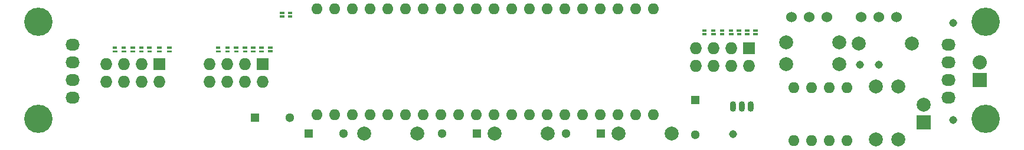
<source format=gts>
G04 #@! TF.FileFunction,Soldermask,Top*
%FSLAX46Y46*%
G04 Gerber Fmt 4.6, Leading zero omitted, Abs format (unit mm)*
G04 Created by KiCad (PCBNEW 4.0.2-stable) date Wed 13 Apr 2016 05:19:08 PM PDT*
%MOMM*%
G01*
G04 APERTURE LIST*
%ADD10C,0.100000*%
%ADD11C,0.050000*%
%ADD12C,1.143000*%
%ADD13C,4.064000*%
%ADD14O,1.600000X1.600000*%
%ADD15R,1.727200X1.727200*%
%ADD16O,1.727200X1.727200*%
%ADD17O,0.899160X1.501140*%
%ADD18C,1.524000*%
%ADD19C,1.998980*%
%ADD20R,2.032000X2.032000*%
%ADD21O,2.032000X2.032000*%
%ADD22R,2.000000X2.000000*%
%ADD23C,2.000000*%
%ADD24R,1.300000X1.300000*%
%ADD25C,1.300000*%
%ADD26O,2.032000X1.727200*%
G04 APERTURE END LIST*
D10*
D11*
X98971100Y-106438700D02*
X98983800Y-106476800D01*
X99529900Y-106438700D02*
X98971100Y-106438700D01*
X99529900Y-106654600D02*
X99529900Y-106438700D01*
X98971100Y-106641900D02*
X99529900Y-106654600D01*
X99072700Y-106527600D02*
X99441000Y-106514900D01*
X99060000Y-106540300D02*
X99072700Y-106527600D01*
X99390200Y-106540300D02*
X99060000Y-106540300D01*
X99453700Y-106514900D02*
X99390200Y-106540300D01*
X99479100Y-106565700D02*
X99453700Y-106514900D01*
X99060000Y-106578400D02*
X99479100Y-106565700D01*
X99034600Y-106553000D02*
X99060000Y-106578400D01*
X99060000Y-106476800D02*
X99034600Y-106553000D01*
X99034600Y-106476800D02*
X99060000Y-106476800D01*
X99034600Y-106489500D02*
X99034600Y-106476800D01*
X99491800Y-106476800D02*
X99034600Y-106489500D01*
X99504500Y-106629200D02*
X99491800Y-106476800D01*
X99491800Y-106603800D02*
X99504500Y-106629200D01*
X99009200Y-106603800D02*
X99491800Y-106603800D01*
X99009200Y-106476800D02*
X99009200Y-106603800D01*
X98971100Y-106438700D02*
X99009200Y-106476800D01*
X98971100Y-106654600D02*
X98971100Y-106438700D01*
X99529900Y-106654600D02*
X98971100Y-106654600D01*
X99542600Y-107175300D02*
X98983800Y-107175300D01*
X98983800Y-107175300D02*
X98983800Y-106959400D01*
X98983800Y-106959400D02*
X99021900Y-106997500D01*
X99021900Y-106997500D02*
X99021900Y-107124500D01*
X99021900Y-107124500D02*
X99504500Y-107124500D01*
X99504500Y-107124500D02*
X99517200Y-107149900D01*
X99517200Y-107149900D02*
X99504500Y-106997500D01*
X99504500Y-106997500D02*
X99047300Y-107010200D01*
X99047300Y-107010200D02*
X99047300Y-106997500D01*
X99047300Y-106997500D02*
X99072700Y-106997500D01*
X99072700Y-106997500D02*
X99047300Y-107073700D01*
X99047300Y-107073700D02*
X99072700Y-107099100D01*
X99072700Y-107099100D02*
X99491800Y-107086400D01*
X99491800Y-107086400D02*
X99466400Y-107035600D01*
X99466400Y-107035600D02*
X99402900Y-107061000D01*
X99402900Y-107061000D02*
X99072700Y-107061000D01*
X99072700Y-107061000D02*
X99085400Y-107048300D01*
X99085400Y-107048300D02*
X99453700Y-107035600D01*
X98983800Y-107162600D02*
X99542600Y-107175300D01*
X99542600Y-107175300D02*
X99542600Y-106959400D01*
X99542600Y-106959400D02*
X98983800Y-106959400D01*
X98983800Y-106959400D02*
X98996500Y-106997500D01*
X77939900Y-106438700D02*
X77952600Y-106476800D01*
X78498700Y-106438700D02*
X77939900Y-106438700D01*
X78498700Y-106654600D02*
X78498700Y-106438700D01*
X77939900Y-106641900D02*
X78498700Y-106654600D01*
X78041500Y-106527600D02*
X78409800Y-106514900D01*
X78028800Y-106540300D02*
X78041500Y-106527600D01*
X78359000Y-106540300D02*
X78028800Y-106540300D01*
X78422500Y-106514900D02*
X78359000Y-106540300D01*
X78447900Y-106565700D02*
X78422500Y-106514900D01*
X78028800Y-106578400D02*
X78447900Y-106565700D01*
X78003400Y-106553000D02*
X78028800Y-106578400D01*
X78028800Y-106476800D02*
X78003400Y-106553000D01*
X78003400Y-106476800D02*
X78028800Y-106476800D01*
X78003400Y-106489500D02*
X78003400Y-106476800D01*
X78460600Y-106476800D02*
X78003400Y-106489500D01*
X78473300Y-106629200D02*
X78460600Y-106476800D01*
X78460600Y-106603800D02*
X78473300Y-106629200D01*
X77978000Y-106603800D02*
X78460600Y-106603800D01*
X77978000Y-106476800D02*
X77978000Y-106603800D01*
X77939900Y-106438700D02*
X77978000Y-106476800D01*
X77939900Y-106654600D02*
X77939900Y-106438700D01*
X78498700Y-106654600D02*
X77939900Y-106654600D01*
X78511400Y-107175300D02*
X77952600Y-107175300D01*
X77952600Y-107175300D02*
X77952600Y-106959400D01*
X77952600Y-106959400D02*
X77990700Y-106997500D01*
X77990700Y-106997500D02*
X77990700Y-107124500D01*
X77990700Y-107124500D02*
X78473300Y-107124500D01*
X78473300Y-107124500D02*
X78486000Y-107149900D01*
X78486000Y-107149900D02*
X78473300Y-106997500D01*
X78473300Y-106997500D02*
X78016100Y-107010200D01*
X78016100Y-107010200D02*
X78016100Y-106997500D01*
X78016100Y-106997500D02*
X78041500Y-106997500D01*
X78041500Y-106997500D02*
X78016100Y-107073700D01*
X78016100Y-107073700D02*
X78041500Y-107099100D01*
X78041500Y-107099100D02*
X78460600Y-107086400D01*
X78460600Y-107086400D02*
X78435200Y-107035600D01*
X78435200Y-107035600D02*
X78371700Y-107061000D01*
X78371700Y-107061000D02*
X78041500Y-107061000D01*
X78041500Y-107061000D02*
X78054200Y-107048300D01*
X78054200Y-107048300D02*
X78422500Y-107035600D01*
X77952600Y-107162600D02*
X78511400Y-107175300D01*
X78511400Y-107175300D02*
X78511400Y-106959400D01*
X78511400Y-106959400D02*
X77952600Y-106959400D01*
X77952600Y-106959400D02*
X77965300Y-106997500D01*
X80505300Y-106438700D02*
X80518000Y-106476800D01*
X81064100Y-106438700D02*
X80505300Y-106438700D01*
X81064100Y-106654600D02*
X81064100Y-106438700D01*
X80505300Y-106641900D02*
X81064100Y-106654600D01*
X80606900Y-106527600D02*
X80975200Y-106514900D01*
X80594200Y-106540300D02*
X80606900Y-106527600D01*
X80924400Y-106540300D02*
X80594200Y-106540300D01*
X80987900Y-106514900D02*
X80924400Y-106540300D01*
X81013300Y-106565700D02*
X80987900Y-106514900D01*
X80594200Y-106578400D02*
X81013300Y-106565700D01*
X80568800Y-106553000D02*
X80594200Y-106578400D01*
X80594200Y-106476800D02*
X80568800Y-106553000D01*
X80568800Y-106476800D02*
X80594200Y-106476800D01*
X80568800Y-106489500D02*
X80568800Y-106476800D01*
X81026000Y-106476800D02*
X80568800Y-106489500D01*
X81038700Y-106629200D02*
X81026000Y-106476800D01*
X81026000Y-106603800D02*
X81038700Y-106629200D01*
X80543400Y-106603800D02*
X81026000Y-106603800D01*
X80543400Y-106476800D02*
X80543400Y-106603800D01*
X80505300Y-106438700D02*
X80543400Y-106476800D01*
X80505300Y-106654600D02*
X80505300Y-106438700D01*
X81064100Y-106654600D02*
X80505300Y-106654600D01*
X81076800Y-107175300D02*
X80518000Y-107175300D01*
X80518000Y-107175300D02*
X80518000Y-106959400D01*
X80518000Y-106959400D02*
X80556100Y-106997500D01*
X80556100Y-106997500D02*
X80556100Y-107124500D01*
X80556100Y-107124500D02*
X81038700Y-107124500D01*
X81038700Y-107124500D02*
X81051400Y-107149900D01*
X81051400Y-107149900D02*
X81038700Y-106997500D01*
X81038700Y-106997500D02*
X80581500Y-107010200D01*
X80581500Y-107010200D02*
X80581500Y-106997500D01*
X80581500Y-106997500D02*
X80606900Y-106997500D01*
X80606900Y-106997500D02*
X80581500Y-107073700D01*
X80581500Y-107073700D02*
X80606900Y-107099100D01*
X80606900Y-107099100D02*
X81026000Y-107086400D01*
X81026000Y-107086400D02*
X81000600Y-107035600D01*
X81000600Y-107035600D02*
X80937100Y-107061000D01*
X80937100Y-107061000D02*
X80606900Y-107061000D01*
X80606900Y-107061000D02*
X80619600Y-107048300D01*
X80619600Y-107048300D02*
X80987900Y-107035600D01*
X80518000Y-107162600D02*
X81076800Y-107175300D01*
X81076800Y-107175300D02*
X81076800Y-106959400D01*
X81076800Y-106959400D02*
X80518000Y-106959400D01*
X80518000Y-106959400D02*
X80530700Y-106997500D01*
X82892900Y-106438700D02*
X82905600Y-106476800D01*
X83451700Y-106438700D02*
X82892900Y-106438700D01*
X83451700Y-106654600D02*
X83451700Y-106438700D01*
X82892900Y-106641900D02*
X83451700Y-106654600D01*
X82994500Y-106527600D02*
X83362800Y-106514900D01*
X82981800Y-106540300D02*
X82994500Y-106527600D01*
X83312000Y-106540300D02*
X82981800Y-106540300D01*
X83375500Y-106514900D02*
X83312000Y-106540300D01*
X83400900Y-106565700D02*
X83375500Y-106514900D01*
X82981800Y-106578400D02*
X83400900Y-106565700D01*
X82956400Y-106553000D02*
X82981800Y-106578400D01*
X82981800Y-106476800D02*
X82956400Y-106553000D01*
X82956400Y-106476800D02*
X82981800Y-106476800D01*
X82956400Y-106489500D02*
X82956400Y-106476800D01*
X83413600Y-106476800D02*
X82956400Y-106489500D01*
X83426300Y-106629200D02*
X83413600Y-106476800D01*
X83413600Y-106603800D02*
X83426300Y-106629200D01*
X82931000Y-106603800D02*
X83413600Y-106603800D01*
X82931000Y-106476800D02*
X82931000Y-106603800D01*
X82892900Y-106438700D02*
X82931000Y-106476800D01*
X82892900Y-106654600D02*
X82892900Y-106438700D01*
X83451700Y-106654600D02*
X82892900Y-106654600D01*
X83464400Y-107175300D02*
X82905600Y-107175300D01*
X82905600Y-107175300D02*
X82905600Y-106959400D01*
X82905600Y-106959400D02*
X82943700Y-106997500D01*
X82943700Y-106997500D02*
X82943700Y-107124500D01*
X82943700Y-107124500D02*
X83426300Y-107124500D01*
X83426300Y-107124500D02*
X83439000Y-107149900D01*
X83439000Y-107149900D02*
X83426300Y-106997500D01*
X83426300Y-106997500D02*
X82969100Y-107010200D01*
X82969100Y-107010200D02*
X82969100Y-106997500D01*
X82969100Y-106997500D02*
X82994500Y-106997500D01*
X82994500Y-106997500D02*
X82969100Y-107073700D01*
X82969100Y-107073700D02*
X82994500Y-107099100D01*
X82994500Y-107099100D02*
X83413600Y-107086400D01*
X83413600Y-107086400D02*
X83388200Y-107035600D01*
X83388200Y-107035600D02*
X83324700Y-107061000D01*
X83324700Y-107061000D02*
X82994500Y-107061000D01*
X82994500Y-107061000D02*
X83007200Y-107048300D01*
X83007200Y-107048300D02*
X83375500Y-107035600D01*
X82905600Y-107162600D02*
X83464400Y-107175300D01*
X83464400Y-107175300D02*
X83464400Y-106959400D01*
X83464400Y-106959400D02*
X82905600Y-106959400D01*
X82905600Y-106959400D02*
X82918300Y-106997500D01*
X85737700Y-106438700D02*
X85750400Y-106476800D01*
X86296500Y-106438700D02*
X85737700Y-106438700D01*
X86296500Y-106654600D02*
X86296500Y-106438700D01*
X85737700Y-106641900D02*
X86296500Y-106654600D01*
X85839300Y-106527600D02*
X86207600Y-106514900D01*
X85826600Y-106540300D02*
X85839300Y-106527600D01*
X86156800Y-106540300D02*
X85826600Y-106540300D01*
X86220300Y-106514900D02*
X86156800Y-106540300D01*
X86245700Y-106565700D02*
X86220300Y-106514900D01*
X85826600Y-106578400D02*
X86245700Y-106565700D01*
X85801200Y-106553000D02*
X85826600Y-106578400D01*
X85826600Y-106476800D02*
X85801200Y-106553000D01*
X85801200Y-106476800D02*
X85826600Y-106476800D01*
X85801200Y-106489500D02*
X85801200Y-106476800D01*
X86258400Y-106476800D02*
X85801200Y-106489500D01*
X86271100Y-106629200D02*
X86258400Y-106476800D01*
X86258400Y-106603800D02*
X86271100Y-106629200D01*
X85775800Y-106603800D02*
X86258400Y-106603800D01*
X85775800Y-106476800D02*
X85775800Y-106603800D01*
X85737700Y-106438700D02*
X85775800Y-106476800D01*
X85737700Y-106654600D02*
X85737700Y-106438700D01*
X86296500Y-106654600D02*
X85737700Y-106654600D01*
X86309200Y-107175300D02*
X85750400Y-107175300D01*
X85750400Y-107175300D02*
X85750400Y-106959400D01*
X85750400Y-106959400D02*
X85788500Y-106997500D01*
X85788500Y-106997500D02*
X85788500Y-107124500D01*
X85788500Y-107124500D02*
X86271100Y-107124500D01*
X86271100Y-107124500D02*
X86283800Y-107149900D01*
X86283800Y-107149900D02*
X86271100Y-106997500D01*
X86271100Y-106997500D02*
X85813900Y-107010200D01*
X85813900Y-107010200D02*
X85813900Y-106997500D01*
X85813900Y-106997500D02*
X85839300Y-106997500D01*
X85839300Y-106997500D02*
X85813900Y-107073700D01*
X85813900Y-107073700D02*
X85839300Y-107099100D01*
X85839300Y-107099100D02*
X86258400Y-107086400D01*
X86258400Y-107086400D02*
X86233000Y-107035600D01*
X86233000Y-107035600D02*
X86169500Y-107061000D01*
X86169500Y-107061000D02*
X85839300Y-107061000D01*
X85839300Y-107061000D02*
X85852000Y-107048300D01*
X85852000Y-107048300D02*
X86220300Y-107035600D01*
X85750400Y-107162600D02*
X86309200Y-107175300D01*
X86309200Y-107175300D02*
X86309200Y-106959400D01*
X86309200Y-106959400D02*
X85750400Y-106959400D01*
X85750400Y-106959400D02*
X85763100Y-106997500D01*
X84315300Y-106438700D02*
X84328000Y-106476800D01*
X84874100Y-106438700D02*
X84315300Y-106438700D01*
X84874100Y-106654600D02*
X84874100Y-106438700D01*
X84315300Y-106641900D02*
X84874100Y-106654600D01*
X84416900Y-106527600D02*
X84785200Y-106514900D01*
X84404200Y-106540300D02*
X84416900Y-106527600D01*
X84734400Y-106540300D02*
X84404200Y-106540300D01*
X84797900Y-106514900D02*
X84734400Y-106540300D01*
X84823300Y-106565700D02*
X84797900Y-106514900D01*
X84404200Y-106578400D02*
X84823300Y-106565700D01*
X84378800Y-106553000D02*
X84404200Y-106578400D01*
X84404200Y-106476800D02*
X84378800Y-106553000D01*
X84378800Y-106476800D02*
X84404200Y-106476800D01*
X84378800Y-106489500D02*
X84378800Y-106476800D01*
X84836000Y-106476800D02*
X84378800Y-106489500D01*
X84848700Y-106629200D02*
X84836000Y-106476800D01*
X84836000Y-106603800D02*
X84848700Y-106629200D01*
X84353400Y-106603800D02*
X84836000Y-106603800D01*
X84353400Y-106476800D02*
X84353400Y-106603800D01*
X84315300Y-106438700D02*
X84353400Y-106476800D01*
X84315300Y-106654600D02*
X84315300Y-106438700D01*
X84874100Y-106654600D02*
X84315300Y-106654600D01*
X84886800Y-107175300D02*
X84328000Y-107175300D01*
X84328000Y-107175300D02*
X84328000Y-106959400D01*
X84328000Y-106959400D02*
X84366100Y-106997500D01*
X84366100Y-106997500D02*
X84366100Y-107124500D01*
X84366100Y-107124500D02*
X84848700Y-107124500D01*
X84848700Y-107124500D02*
X84861400Y-107149900D01*
X84861400Y-107149900D02*
X84848700Y-106997500D01*
X84848700Y-106997500D02*
X84391500Y-107010200D01*
X84391500Y-107010200D02*
X84391500Y-106997500D01*
X84391500Y-106997500D02*
X84416900Y-106997500D01*
X84416900Y-106997500D02*
X84391500Y-107073700D01*
X84391500Y-107073700D02*
X84416900Y-107099100D01*
X84416900Y-107099100D02*
X84836000Y-107086400D01*
X84836000Y-107086400D02*
X84810600Y-107035600D01*
X84810600Y-107035600D02*
X84747100Y-107061000D01*
X84747100Y-107061000D02*
X84416900Y-107061000D01*
X84416900Y-107061000D02*
X84429600Y-107048300D01*
X84429600Y-107048300D02*
X84797900Y-107035600D01*
X84328000Y-107162600D02*
X84886800Y-107175300D01*
X84886800Y-107175300D02*
X84886800Y-106959400D01*
X84886800Y-106959400D02*
X84328000Y-106959400D01*
X84328000Y-106959400D02*
X84340700Y-106997500D01*
X81724500Y-106438700D02*
X81737200Y-106476800D01*
X82283300Y-106438700D02*
X81724500Y-106438700D01*
X82283300Y-106654600D02*
X82283300Y-106438700D01*
X81724500Y-106641900D02*
X82283300Y-106654600D01*
X81826100Y-106527600D02*
X82194400Y-106514900D01*
X81813400Y-106540300D02*
X81826100Y-106527600D01*
X82143600Y-106540300D02*
X81813400Y-106540300D01*
X82207100Y-106514900D02*
X82143600Y-106540300D01*
X82232500Y-106565700D02*
X82207100Y-106514900D01*
X81813400Y-106578400D02*
X82232500Y-106565700D01*
X81788000Y-106553000D02*
X81813400Y-106578400D01*
X81813400Y-106476800D02*
X81788000Y-106553000D01*
X81788000Y-106476800D02*
X81813400Y-106476800D01*
X81788000Y-106489500D02*
X81788000Y-106476800D01*
X82245200Y-106476800D02*
X81788000Y-106489500D01*
X82257900Y-106629200D02*
X82245200Y-106476800D01*
X82245200Y-106603800D02*
X82257900Y-106629200D01*
X81762600Y-106603800D02*
X82245200Y-106603800D01*
X81762600Y-106476800D02*
X81762600Y-106603800D01*
X81724500Y-106438700D02*
X81762600Y-106476800D01*
X81724500Y-106654600D02*
X81724500Y-106438700D01*
X82283300Y-106654600D02*
X81724500Y-106654600D01*
X82296000Y-107175300D02*
X81737200Y-107175300D01*
X81737200Y-107175300D02*
X81737200Y-106959400D01*
X81737200Y-106959400D02*
X81775300Y-106997500D01*
X81775300Y-106997500D02*
X81775300Y-107124500D01*
X81775300Y-107124500D02*
X82257900Y-107124500D01*
X82257900Y-107124500D02*
X82270600Y-107149900D01*
X82270600Y-107149900D02*
X82257900Y-106997500D01*
X82257900Y-106997500D02*
X81800700Y-107010200D01*
X81800700Y-107010200D02*
X81800700Y-106997500D01*
X81800700Y-106997500D02*
X81826100Y-106997500D01*
X81826100Y-106997500D02*
X81800700Y-107073700D01*
X81800700Y-107073700D02*
X81826100Y-107099100D01*
X81826100Y-107099100D02*
X82245200Y-107086400D01*
X82245200Y-107086400D02*
X82219800Y-107035600D01*
X82219800Y-107035600D02*
X82156300Y-107061000D01*
X82156300Y-107061000D02*
X81826100Y-107061000D01*
X81826100Y-107061000D02*
X81838800Y-107048300D01*
X81838800Y-107048300D02*
X82207100Y-107035600D01*
X81737200Y-107162600D02*
X82296000Y-107175300D01*
X82296000Y-107175300D02*
X82296000Y-106959400D01*
X82296000Y-106959400D02*
X81737200Y-106959400D01*
X81737200Y-106959400D02*
X81749900Y-106997500D01*
X79209900Y-106438700D02*
X79222600Y-106476800D01*
X79768700Y-106438700D02*
X79209900Y-106438700D01*
X79768700Y-106654600D02*
X79768700Y-106438700D01*
X79209900Y-106641900D02*
X79768700Y-106654600D01*
X79311500Y-106527600D02*
X79679800Y-106514900D01*
X79298800Y-106540300D02*
X79311500Y-106527600D01*
X79629000Y-106540300D02*
X79298800Y-106540300D01*
X79692500Y-106514900D02*
X79629000Y-106540300D01*
X79717900Y-106565700D02*
X79692500Y-106514900D01*
X79298800Y-106578400D02*
X79717900Y-106565700D01*
X79273400Y-106553000D02*
X79298800Y-106578400D01*
X79298800Y-106476800D02*
X79273400Y-106553000D01*
X79273400Y-106476800D02*
X79298800Y-106476800D01*
X79273400Y-106489500D02*
X79273400Y-106476800D01*
X79730600Y-106476800D02*
X79273400Y-106489500D01*
X79743300Y-106629200D02*
X79730600Y-106476800D01*
X79730600Y-106603800D02*
X79743300Y-106629200D01*
X79248000Y-106603800D02*
X79730600Y-106603800D01*
X79248000Y-106476800D02*
X79248000Y-106603800D01*
X79209900Y-106438700D02*
X79248000Y-106476800D01*
X79209900Y-106654600D02*
X79209900Y-106438700D01*
X79768700Y-106654600D02*
X79209900Y-106654600D01*
X79781400Y-107175300D02*
X79222600Y-107175300D01*
X79222600Y-107175300D02*
X79222600Y-106959400D01*
X79222600Y-106959400D02*
X79260700Y-106997500D01*
X79260700Y-106997500D02*
X79260700Y-107124500D01*
X79260700Y-107124500D02*
X79743300Y-107124500D01*
X79743300Y-107124500D02*
X79756000Y-107149900D01*
X79756000Y-107149900D02*
X79743300Y-106997500D01*
X79743300Y-106997500D02*
X79286100Y-107010200D01*
X79286100Y-107010200D02*
X79286100Y-106997500D01*
X79286100Y-106997500D02*
X79311500Y-106997500D01*
X79311500Y-106997500D02*
X79286100Y-107073700D01*
X79286100Y-107073700D02*
X79311500Y-107099100D01*
X79311500Y-107099100D02*
X79730600Y-107086400D01*
X79730600Y-107086400D02*
X79705200Y-107035600D01*
X79705200Y-107035600D02*
X79641700Y-107061000D01*
X79641700Y-107061000D02*
X79311500Y-107061000D01*
X79311500Y-107061000D02*
X79324200Y-107048300D01*
X79324200Y-107048300D02*
X79692500Y-107035600D01*
X79222600Y-107162600D02*
X79781400Y-107175300D01*
X79781400Y-107175300D02*
X79781400Y-106959400D01*
X79781400Y-106959400D02*
X79222600Y-106959400D01*
X79222600Y-106959400D02*
X79235300Y-106997500D01*
X92748100Y-106438700D02*
X92760800Y-106476800D01*
X93306900Y-106438700D02*
X92748100Y-106438700D01*
X93306900Y-106654600D02*
X93306900Y-106438700D01*
X92748100Y-106641900D02*
X93306900Y-106654600D01*
X92849700Y-106527600D02*
X93218000Y-106514900D01*
X92837000Y-106540300D02*
X92849700Y-106527600D01*
X93167200Y-106540300D02*
X92837000Y-106540300D01*
X93230700Y-106514900D02*
X93167200Y-106540300D01*
X93256100Y-106565700D02*
X93230700Y-106514900D01*
X92837000Y-106578400D02*
X93256100Y-106565700D01*
X92811600Y-106553000D02*
X92837000Y-106578400D01*
X92837000Y-106476800D02*
X92811600Y-106553000D01*
X92811600Y-106476800D02*
X92837000Y-106476800D01*
X92811600Y-106489500D02*
X92811600Y-106476800D01*
X93268800Y-106476800D02*
X92811600Y-106489500D01*
X93281500Y-106629200D02*
X93268800Y-106476800D01*
X93268800Y-106603800D02*
X93281500Y-106629200D01*
X92786200Y-106603800D02*
X93268800Y-106603800D01*
X92786200Y-106476800D02*
X92786200Y-106603800D01*
X92748100Y-106438700D02*
X92786200Y-106476800D01*
X92748100Y-106654600D02*
X92748100Y-106438700D01*
X93306900Y-106654600D02*
X92748100Y-106654600D01*
X93319600Y-107175300D02*
X92760800Y-107175300D01*
X92760800Y-107175300D02*
X92760800Y-106959400D01*
X92760800Y-106959400D02*
X92798900Y-106997500D01*
X92798900Y-106997500D02*
X92798900Y-107124500D01*
X92798900Y-107124500D02*
X93281500Y-107124500D01*
X93281500Y-107124500D02*
X93294200Y-107149900D01*
X93294200Y-107149900D02*
X93281500Y-106997500D01*
X93281500Y-106997500D02*
X92824300Y-107010200D01*
X92824300Y-107010200D02*
X92824300Y-106997500D01*
X92824300Y-106997500D02*
X92849700Y-106997500D01*
X92849700Y-106997500D02*
X92824300Y-107073700D01*
X92824300Y-107073700D02*
X92849700Y-107099100D01*
X92849700Y-107099100D02*
X93268800Y-107086400D01*
X93268800Y-107086400D02*
X93243400Y-107035600D01*
X93243400Y-107035600D02*
X93179900Y-107061000D01*
X93179900Y-107061000D02*
X92849700Y-107061000D01*
X92849700Y-107061000D02*
X92862400Y-107048300D01*
X92862400Y-107048300D02*
X93230700Y-107035600D01*
X92760800Y-107162600D02*
X93319600Y-107175300D01*
X93319600Y-107175300D02*
X93319600Y-106959400D01*
X93319600Y-106959400D02*
X92760800Y-106959400D01*
X92760800Y-106959400D02*
X92773500Y-106997500D01*
X95338900Y-106438700D02*
X95351600Y-106476800D01*
X95897700Y-106438700D02*
X95338900Y-106438700D01*
X95897700Y-106654600D02*
X95897700Y-106438700D01*
X95338900Y-106641900D02*
X95897700Y-106654600D01*
X95440500Y-106527600D02*
X95808800Y-106514900D01*
X95427800Y-106540300D02*
X95440500Y-106527600D01*
X95758000Y-106540300D02*
X95427800Y-106540300D01*
X95821500Y-106514900D02*
X95758000Y-106540300D01*
X95846900Y-106565700D02*
X95821500Y-106514900D01*
X95427800Y-106578400D02*
X95846900Y-106565700D01*
X95402400Y-106553000D02*
X95427800Y-106578400D01*
X95427800Y-106476800D02*
X95402400Y-106553000D01*
X95402400Y-106476800D02*
X95427800Y-106476800D01*
X95402400Y-106489500D02*
X95402400Y-106476800D01*
X95859600Y-106476800D02*
X95402400Y-106489500D01*
X95872300Y-106629200D02*
X95859600Y-106476800D01*
X95859600Y-106603800D02*
X95872300Y-106629200D01*
X95377000Y-106603800D02*
X95859600Y-106603800D01*
X95377000Y-106476800D02*
X95377000Y-106603800D01*
X95338900Y-106438700D02*
X95377000Y-106476800D01*
X95338900Y-106654600D02*
X95338900Y-106438700D01*
X95897700Y-106654600D02*
X95338900Y-106654600D01*
X95910400Y-107175300D02*
X95351600Y-107175300D01*
X95351600Y-107175300D02*
X95351600Y-106959400D01*
X95351600Y-106959400D02*
X95389700Y-106997500D01*
X95389700Y-106997500D02*
X95389700Y-107124500D01*
X95389700Y-107124500D02*
X95872300Y-107124500D01*
X95872300Y-107124500D02*
X95885000Y-107149900D01*
X95885000Y-107149900D02*
X95872300Y-106997500D01*
X95872300Y-106997500D02*
X95415100Y-107010200D01*
X95415100Y-107010200D02*
X95415100Y-106997500D01*
X95415100Y-106997500D02*
X95440500Y-106997500D01*
X95440500Y-106997500D02*
X95415100Y-107073700D01*
X95415100Y-107073700D02*
X95440500Y-107099100D01*
X95440500Y-107099100D02*
X95859600Y-107086400D01*
X95859600Y-107086400D02*
X95834200Y-107035600D01*
X95834200Y-107035600D02*
X95770700Y-107061000D01*
X95770700Y-107061000D02*
X95440500Y-107061000D01*
X95440500Y-107061000D02*
X95453200Y-107048300D01*
X95453200Y-107048300D02*
X95821500Y-107035600D01*
X95351600Y-107162600D02*
X95910400Y-107175300D01*
X95910400Y-107175300D02*
X95910400Y-106959400D01*
X95910400Y-106959400D02*
X95351600Y-106959400D01*
X95351600Y-106959400D02*
X95364300Y-106997500D01*
X97777300Y-106438700D02*
X97790000Y-106476800D01*
X98336100Y-106438700D02*
X97777300Y-106438700D01*
X98336100Y-106654600D02*
X98336100Y-106438700D01*
X97777300Y-106641900D02*
X98336100Y-106654600D01*
X97878900Y-106527600D02*
X98247200Y-106514900D01*
X97866200Y-106540300D02*
X97878900Y-106527600D01*
X98196400Y-106540300D02*
X97866200Y-106540300D01*
X98259900Y-106514900D02*
X98196400Y-106540300D01*
X98285300Y-106565700D02*
X98259900Y-106514900D01*
X97866200Y-106578400D02*
X98285300Y-106565700D01*
X97840800Y-106553000D02*
X97866200Y-106578400D01*
X97866200Y-106476800D02*
X97840800Y-106553000D01*
X97840800Y-106476800D02*
X97866200Y-106476800D01*
X97840800Y-106489500D02*
X97840800Y-106476800D01*
X98298000Y-106476800D02*
X97840800Y-106489500D01*
X98310700Y-106629200D02*
X98298000Y-106476800D01*
X98298000Y-106603800D02*
X98310700Y-106629200D01*
X97815400Y-106603800D02*
X98298000Y-106603800D01*
X97815400Y-106476800D02*
X97815400Y-106603800D01*
X97777300Y-106438700D02*
X97815400Y-106476800D01*
X97777300Y-106654600D02*
X97777300Y-106438700D01*
X98336100Y-106654600D02*
X97777300Y-106654600D01*
X98348800Y-107175300D02*
X97790000Y-107175300D01*
X97790000Y-107175300D02*
X97790000Y-106959400D01*
X97790000Y-106959400D02*
X97828100Y-106997500D01*
X97828100Y-106997500D02*
X97828100Y-107124500D01*
X97828100Y-107124500D02*
X98310700Y-107124500D01*
X98310700Y-107124500D02*
X98323400Y-107149900D01*
X98323400Y-107149900D02*
X98310700Y-106997500D01*
X98310700Y-106997500D02*
X97853500Y-107010200D01*
X97853500Y-107010200D02*
X97853500Y-106997500D01*
X97853500Y-106997500D02*
X97878900Y-106997500D01*
X97878900Y-106997500D02*
X97853500Y-107073700D01*
X97853500Y-107073700D02*
X97878900Y-107099100D01*
X97878900Y-107099100D02*
X98298000Y-107086400D01*
X98298000Y-107086400D02*
X98272600Y-107035600D01*
X98272600Y-107035600D02*
X98209100Y-107061000D01*
X98209100Y-107061000D02*
X97878900Y-107061000D01*
X97878900Y-107061000D02*
X97891600Y-107048300D01*
X97891600Y-107048300D02*
X98259900Y-107035600D01*
X97790000Y-107162600D02*
X98348800Y-107175300D01*
X98348800Y-107175300D02*
X98348800Y-106959400D01*
X98348800Y-106959400D02*
X97790000Y-106959400D01*
X97790000Y-106959400D02*
X97802700Y-106997500D01*
X100215700Y-106413300D02*
X100228400Y-106451400D01*
X100774500Y-106413300D02*
X100215700Y-106413300D01*
X100774500Y-106629200D02*
X100774500Y-106413300D01*
X100215700Y-106616500D02*
X100774500Y-106629200D01*
X100317300Y-106502200D02*
X100685600Y-106489500D01*
X100304600Y-106514900D02*
X100317300Y-106502200D01*
X100634800Y-106514900D02*
X100304600Y-106514900D01*
X100698300Y-106489500D02*
X100634800Y-106514900D01*
X100723700Y-106540300D02*
X100698300Y-106489500D01*
X100304600Y-106553000D02*
X100723700Y-106540300D01*
X100279200Y-106527600D02*
X100304600Y-106553000D01*
X100304600Y-106451400D02*
X100279200Y-106527600D01*
X100279200Y-106451400D02*
X100304600Y-106451400D01*
X100279200Y-106464100D02*
X100279200Y-106451400D01*
X100736400Y-106451400D02*
X100279200Y-106464100D01*
X100749100Y-106603800D02*
X100736400Y-106451400D01*
X100736400Y-106578400D02*
X100749100Y-106603800D01*
X100253800Y-106578400D02*
X100736400Y-106578400D01*
X100253800Y-106451400D02*
X100253800Y-106578400D01*
X100215700Y-106413300D02*
X100253800Y-106451400D01*
X100215700Y-106629200D02*
X100215700Y-106413300D01*
X100774500Y-106629200D02*
X100215700Y-106629200D01*
X100787200Y-107149900D02*
X100228400Y-107149900D01*
X100228400Y-107149900D02*
X100228400Y-106934000D01*
X100228400Y-106934000D02*
X100266500Y-106972100D01*
X100266500Y-106972100D02*
X100266500Y-107099100D01*
X100266500Y-107099100D02*
X100749100Y-107099100D01*
X100749100Y-107099100D02*
X100761800Y-107124500D01*
X100761800Y-107124500D02*
X100749100Y-106972100D01*
X100749100Y-106972100D02*
X100291900Y-106984800D01*
X100291900Y-106984800D02*
X100291900Y-106972100D01*
X100291900Y-106972100D02*
X100317300Y-106972100D01*
X100317300Y-106972100D02*
X100291900Y-107048300D01*
X100291900Y-107048300D02*
X100317300Y-107073700D01*
X100317300Y-107073700D02*
X100736400Y-107061000D01*
X100736400Y-107061000D02*
X100711000Y-107010200D01*
X100711000Y-107010200D02*
X100647500Y-107035600D01*
X100647500Y-107035600D02*
X100317300Y-107035600D01*
X100317300Y-107035600D02*
X100330000Y-107022900D01*
X100330000Y-107022900D02*
X100698300Y-107010200D01*
X100228400Y-107137200D02*
X100787200Y-107149900D01*
X100787200Y-107149900D02*
X100787200Y-106934000D01*
X100787200Y-106934000D02*
X100228400Y-106934000D01*
X100228400Y-106934000D02*
X100241100Y-106972100D01*
X96608900Y-106438700D02*
X96621600Y-106476800D01*
X97167700Y-106438700D02*
X96608900Y-106438700D01*
X97167700Y-106654600D02*
X97167700Y-106438700D01*
X96608900Y-106641900D02*
X97167700Y-106654600D01*
X96710500Y-106527600D02*
X97078800Y-106514900D01*
X96697800Y-106540300D02*
X96710500Y-106527600D01*
X97028000Y-106540300D02*
X96697800Y-106540300D01*
X97091500Y-106514900D02*
X97028000Y-106540300D01*
X97116900Y-106565700D02*
X97091500Y-106514900D01*
X96697800Y-106578400D02*
X97116900Y-106565700D01*
X96672400Y-106553000D02*
X96697800Y-106578400D01*
X96697800Y-106476800D02*
X96672400Y-106553000D01*
X96672400Y-106476800D02*
X96697800Y-106476800D01*
X96672400Y-106489500D02*
X96672400Y-106476800D01*
X97129600Y-106476800D02*
X96672400Y-106489500D01*
X97142300Y-106629200D02*
X97129600Y-106476800D01*
X97129600Y-106603800D02*
X97142300Y-106629200D01*
X96647000Y-106603800D02*
X97129600Y-106603800D01*
X96647000Y-106476800D02*
X96647000Y-106603800D01*
X96608900Y-106438700D02*
X96647000Y-106476800D01*
X96608900Y-106654600D02*
X96608900Y-106438700D01*
X97167700Y-106654600D02*
X96608900Y-106654600D01*
X97180400Y-107175300D02*
X96621600Y-107175300D01*
X96621600Y-107175300D02*
X96621600Y-106959400D01*
X96621600Y-106959400D02*
X96659700Y-106997500D01*
X96659700Y-106997500D02*
X96659700Y-107124500D01*
X96659700Y-107124500D02*
X97142300Y-107124500D01*
X97142300Y-107124500D02*
X97155000Y-107149900D01*
X97155000Y-107149900D02*
X97142300Y-106997500D01*
X97142300Y-106997500D02*
X96685100Y-107010200D01*
X96685100Y-107010200D02*
X96685100Y-106997500D01*
X96685100Y-106997500D02*
X96710500Y-106997500D01*
X96710500Y-106997500D02*
X96685100Y-107073700D01*
X96685100Y-107073700D02*
X96710500Y-107099100D01*
X96710500Y-107099100D02*
X97129600Y-107086400D01*
X97129600Y-107086400D02*
X97104200Y-107035600D01*
X97104200Y-107035600D02*
X97040700Y-107061000D01*
X97040700Y-107061000D02*
X96710500Y-107061000D01*
X96710500Y-107061000D02*
X96723200Y-107048300D01*
X96723200Y-107048300D02*
X97091500Y-107035600D01*
X96621600Y-107162600D02*
X97180400Y-107175300D01*
X97180400Y-107175300D02*
X97180400Y-106959400D01*
X97180400Y-106959400D02*
X96621600Y-106959400D01*
X96621600Y-106959400D02*
X96634300Y-106997500D01*
X94094300Y-106438700D02*
X94107000Y-106476800D01*
X94653100Y-106438700D02*
X94094300Y-106438700D01*
X94653100Y-106654600D02*
X94653100Y-106438700D01*
X94094300Y-106641900D02*
X94653100Y-106654600D01*
X94195900Y-106527600D02*
X94564200Y-106514900D01*
X94183200Y-106540300D02*
X94195900Y-106527600D01*
X94513400Y-106540300D02*
X94183200Y-106540300D01*
X94576900Y-106514900D02*
X94513400Y-106540300D01*
X94602300Y-106565700D02*
X94576900Y-106514900D01*
X94183200Y-106578400D02*
X94602300Y-106565700D01*
X94157800Y-106553000D02*
X94183200Y-106578400D01*
X94183200Y-106476800D02*
X94157800Y-106553000D01*
X94157800Y-106476800D02*
X94183200Y-106476800D01*
X94157800Y-106489500D02*
X94157800Y-106476800D01*
X94615000Y-106476800D02*
X94157800Y-106489500D01*
X94627700Y-106629200D02*
X94615000Y-106476800D01*
X94615000Y-106603800D02*
X94627700Y-106629200D01*
X94132400Y-106603800D02*
X94615000Y-106603800D01*
X94132400Y-106476800D02*
X94132400Y-106603800D01*
X94094300Y-106438700D02*
X94132400Y-106476800D01*
X94094300Y-106654600D02*
X94094300Y-106438700D01*
X94653100Y-106654600D02*
X94094300Y-106654600D01*
X94665800Y-107175300D02*
X94107000Y-107175300D01*
X94107000Y-107175300D02*
X94107000Y-106959400D01*
X94107000Y-106959400D02*
X94145100Y-106997500D01*
X94145100Y-106997500D02*
X94145100Y-107124500D01*
X94145100Y-107124500D02*
X94627700Y-107124500D01*
X94627700Y-107124500D02*
X94640400Y-107149900D01*
X94640400Y-107149900D02*
X94627700Y-106997500D01*
X94627700Y-106997500D02*
X94170500Y-107010200D01*
X94170500Y-107010200D02*
X94170500Y-106997500D01*
X94170500Y-106997500D02*
X94195900Y-106997500D01*
X94195900Y-106997500D02*
X94170500Y-107073700D01*
X94170500Y-107073700D02*
X94195900Y-107099100D01*
X94195900Y-107099100D02*
X94615000Y-107086400D01*
X94615000Y-107086400D02*
X94589600Y-107035600D01*
X94589600Y-107035600D02*
X94526100Y-107061000D01*
X94526100Y-107061000D02*
X94195900Y-107061000D01*
X94195900Y-107061000D02*
X94208600Y-107048300D01*
X94208600Y-107048300D02*
X94576900Y-107035600D01*
X94107000Y-107162600D02*
X94665800Y-107175300D01*
X94665800Y-107175300D02*
X94665800Y-106959400D01*
X94665800Y-106959400D02*
X94107000Y-106959400D01*
X94107000Y-106959400D02*
X94119700Y-106997500D01*
X102476300Y-102146100D02*
X102463600Y-102108000D01*
X101917500Y-102146100D02*
X102476300Y-102146100D01*
X101917500Y-101930200D02*
X101917500Y-102146100D01*
X102476300Y-101942900D02*
X101917500Y-101930200D01*
X102374700Y-102057200D02*
X102006400Y-102069900D01*
X102387400Y-102044500D02*
X102374700Y-102057200D01*
X102057200Y-102044500D02*
X102387400Y-102044500D01*
X101993700Y-102069900D02*
X102057200Y-102044500D01*
X101968300Y-102019100D02*
X101993700Y-102069900D01*
X102387400Y-102006400D02*
X101968300Y-102019100D01*
X102412800Y-102031800D02*
X102387400Y-102006400D01*
X102387400Y-102108000D02*
X102412800Y-102031800D01*
X102412800Y-102108000D02*
X102387400Y-102108000D01*
X102412800Y-102095300D02*
X102412800Y-102108000D01*
X101955600Y-102108000D02*
X102412800Y-102095300D01*
X101942900Y-101955600D02*
X101955600Y-102108000D01*
X101955600Y-101981000D02*
X101942900Y-101955600D01*
X102438200Y-101981000D02*
X101955600Y-101981000D01*
X102438200Y-102108000D02*
X102438200Y-101981000D01*
X102476300Y-102146100D02*
X102438200Y-102108000D01*
X102476300Y-101930200D02*
X102476300Y-102146100D01*
X101917500Y-101930200D02*
X102476300Y-101930200D01*
X101904800Y-101409500D02*
X102463600Y-101409500D01*
X102463600Y-101409500D02*
X102463600Y-101625400D01*
X102463600Y-101625400D02*
X102425500Y-101587300D01*
X102425500Y-101587300D02*
X102425500Y-101460300D01*
X102425500Y-101460300D02*
X101942900Y-101460300D01*
X101942900Y-101460300D02*
X101930200Y-101434900D01*
X101930200Y-101434900D02*
X101942900Y-101587300D01*
X101942900Y-101587300D02*
X102400100Y-101574600D01*
X102400100Y-101574600D02*
X102400100Y-101587300D01*
X102400100Y-101587300D02*
X102374700Y-101587300D01*
X102374700Y-101587300D02*
X102400100Y-101511100D01*
X102400100Y-101511100D02*
X102374700Y-101485700D01*
X102374700Y-101485700D02*
X101955600Y-101498400D01*
X101955600Y-101498400D02*
X101981000Y-101549200D01*
X101981000Y-101549200D02*
X102044500Y-101523800D01*
X102044500Y-101523800D02*
X102374700Y-101523800D01*
X102374700Y-101523800D02*
X102362000Y-101536500D01*
X102362000Y-101536500D02*
X101993700Y-101549200D01*
X102463600Y-101422200D02*
X101904800Y-101409500D01*
X101904800Y-101409500D02*
X101904800Y-101625400D01*
X101904800Y-101625400D02*
X102463600Y-101625400D01*
X102463600Y-101625400D02*
X102450900Y-101587300D01*
X103644700Y-102146100D02*
X103632000Y-102108000D01*
X103085900Y-102146100D02*
X103644700Y-102146100D01*
X103085900Y-101930200D02*
X103085900Y-102146100D01*
X103644700Y-101942900D02*
X103085900Y-101930200D01*
X103543100Y-102057200D02*
X103174800Y-102069900D01*
X103555800Y-102044500D02*
X103543100Y-102057200D01*
X103225600Y-102044500D02*
X103555800Y-102044500D01*
X103162100Y-102069900D02*
X103225600Y-102044500D01*
X103136700Y-102019100D02*
X103162100Y-102069900D01*
X103555800Y-102006400D02*
X103136700Y-102019100D01*
X103581200Y-102031800D02*
X103555800Y-102006400D01*
X103555800Y-102108000D02*
X103581200Y-102031800D01*
X103581200Y-102108000D02*
X103555800Y-102108000D01*
X103581200Y-102095300D02*
X103581200Y-102108000D01*
X103124000Y-102108000D02*
X103581200Y-102095300D01*
X103111300Y-101955600D02*
X103124000Y-102108000D01*
X103124000Y-101981000D02*
X103111300Y-101955600D01*
X103606600Y-101981000D02*
X103124000Y-101981000D01*
X103606600Y-102108000D02*
X103606600Y-101981000D01*
X103644700Y-102146100D02*
X103606600Y-102108000D01*
X103644700Y-101930200D02*
X103644700Y-102146100D01*
X103085900Y-101930200D02*
X103644700Y-101930200D01*
X103073200Y-101409500D02*
X103632000Y-101409500D01*
X103632000Y-101409500D02*
X103632000Y-101625400D01*
X103632000Y-101625400D02*
X103593900Y-101587300D01*
X103593900Y-101587300D02*
X103593900Y-101460300D01*
X103593900Y-101460300D02*
X103111300Y-101460300D01*
X103111300Y-101460300D02*
X103098600Y-101434900D01*
X103098600Y-101434900D02*
X103111300Y-101587300D01*
X103111300Y-101587300D02*
X103568500Y-101574600D01*
X103568500Y-101574600D02*
X103568500Y-101587300D01*
X103568500Y-101587300D02*
X103543100Y-101587300D01*
X103543100Y-101587300D02*
X103568500Y-101511100D01*
X103568500Y-101511100D02*
X103543100Y-101485700D01*
X103543100Y-101485700D02*
X103124000Y-101498400D01*
X103124000Y-101498400D02*
X103149400Y-101549200D01*
X103149400Y-101549200D02*
X103212900Y-101523800D01*
X103212900Y-101523800D02*
X103543100Y-101523800D01*
X103543100Y-101523800D02*
X103530400Y-101536500D01*
X103530400Y-101536500D02*
X103162100Y-101549200D01*
X103632000Y-101422200D02*
X103073200Y-101409500D01*
X103073200Y-101409500D02*
X103073200Y-101625400D01*
X103073200Y-101625400D02*
X103632000Y-101625400D01*
X103632000Y-101625400D02*
X103619300Y-101587300D01*
X162496500Y-103949500D02*
X162509200Y-103987600D01*
X163055300Y-103949500D02*
X162496500Y-103949500D01*
X163055300Y-104165400D02*
X163055300Y-103949500D01*
X162496500Y-104152700D02*
X163055300Y-104165400D01*
X162598100Y-104038400D02*
X162966400Y-104025700D01*
X162585400Y-104051100D02*
X162598100Y-104038400D01*
X162915600Y-104051100D02*
X162585400Y-104051100D01*
X162979100Y-104025700D02*
X162915600Y-104051100D01*
X163004500Y-104076500D02*
X162979100Y-104025700D01*
X162585400Y-104089200D02*
X163004500Y-104076500D01*
X162560000Y-104063800D02*
X162585400Y-104089200D01*
X162585400Y-103987600D02*
X162560000Y-104063800D01*
X162560000Y-103987600D02*
X162585400Y-103987600D01*
X162560000Y-104000300D02*
X162560000Y-103987600D01*
X163017200Y-103987600D02*
X162560000Y-104000300D01*
X163029900Y-104140000D02*
X163017200Y-103987600D01*
X163017200Y-104114600D02*
X163029900Y-104140000D01*
X162534600Y-104114600D02*
X163017200Y-104114600D01*
X162534600Y-103987600D02*
X162534600Y-104114600D01*
X162496500Y-103949500D02*
X162534600Y-103987600D01*
X162496500Y-104165400D02*
X162496500Y-103949500D01*
X163055300Y-104165400D02*
X162496500Y-104165400D01*
X163068000Y-104686100D02*
X162509200Y-104686100D01*
X162509200Y-104686100D02*
X162509200Y-104470200D01*
X162509200Y-104470200D02*
X162547300Y-104508300D01*
X162547300Y-104508300D02*
X162547300Y-104635300D01*
X162547300Y-104635300D02*
X163029900Y-104635300D01*
X163029900Y-104635300D02*
X163042600Y-104660700D01*
X163042600Y-104660700D02*
X163029900Y-104508300D01*
X163029900Y-104508300D02*
X162572700Y-104521000D01*
X162572700Y-104521000D02*
X162572700Y-104508300D01*
X162572700Y-104508300D02*
X162598100Y-104508300D01*
X162598100Y-104508300D02*
X162572700Y-104584500D01*
X162572700Y-104584500D02*
X162598100Y-104609900D01*
X162598100Y-104609900D02*
X163017200Y-104597200D01*
X163017200Y-104597200D02*
X162991800Y-104546400D01*
X162991800Y-104546400D02*
X162928300Y-104571800D01*
X162928300Y-104571800D02*
X162598100Y-104571800D01*
X162598100Y-104571800D02*
X162610800Y-104559100D01*
X162610800Y-104559100D02*
X162979100Y-104546400D01*
X162509200Y-104673400D02*
X163068000Y-104686100D01*
X163068000Y-104686100D02*
X163068000Y-104470200D01*
X163068000Y-104470200D02*
X162509200Y-104470200D01*
X162509200Y-104470200D02*
X162521900Y-104508300D01*
X165036500Y-103949500D02*
X165049200Y-103987600D01*
X165595300Y-103949500D02*
X165036500Y-103949500D01*
X165595300Y-104165400D02*
X165595300Y-103949500D01*
X165036500Y-104152700D02*
X165595300Y-104165400D01*
X165138100Y-104038400D02*
X165506400Y-104025700D01*
X165125400Y-104051100D02*
X165138100Y-104038400D01*
X165455600Y-104051100D02*
X165125400Y-104051100D01*
X165519100Y-104025700D02*
X165455600Y-104051100D01*
X165544500Y-104076500D02*
X165519100Y-104025700D01*
X165125400Y-104089200D02*
X165544500Y-104076500D01*
X165100000Y-104063800D02*
X165125400Y-104089200D01*
X165125400Y-103987600D02*
X165100000Y-104063800D01*
X165100000Y-103987600D02*
X165125400Y-103987600D01*
X165100000Y-104000300D02*
X165100000Y-103987600D01*
X165557200Y-103987600D02*
X165100000Y-104000300D01*
X165569900Y-104140000D02*
X165557200Y-103987600D01*
X165557200Y-104114600D02*
X165569900Y-104140000D01*
X165074600Y-104114600D02*
X165557200Y-104114600D01*
X165074600Y-103987600D02*
X165074600Y-104114600D01*
X165036500Y-103949500D02*
X165074600Y-103987600D01*
X165036500Y-104165400D02*
X165036500Y-103949500D01*
X165595300Y-104165400D02*
X165036500Y-104165400D01*
X165608000Y-104686100D02*
X165049200Y-104686100D01*
X165049200Y-104686100D02*
X165049200Y-104470200D01*
X165049200Y-104470200D02*
X165087300Y-104508300D01*
X165087300Y-104508300D02*
X165087300Y-104635300D01*
X165087300Y-104635300D02*
X165569900Y-104635300D01*
X165569900Y-104635300D02*
X165582600Y-104660700D01*
X165582600Y-104660700D02*
X165569900Y-104508300D01*
X165569900Y-104508300D02*
X165112700Y-104521000D01*
X165112700Y-104521000D02*
X165112700Y-104508300D01*
X165112700Y-104508300D02*
X165138100Y-104508300D01*
X165138100Y-104508300D02*
X165112700Y-104584500D01*
X165112700Y-104584500D02*
X165138100Y-104609900D01*
X165138100Y-104609900D02*
X165557200Y-104597200D01*
X165557200Y-104597200D02*
X165531800Y-104546400D01*
X165531800Y-104546400D02*
X165468300Y-104571800D01*
X165468300Y-104571800D02*
X165138100Y-104571800D01*
X165138100Y-104571800D02*
X165150800Y-104559100D01*
X165150800Y-104559100D02*
X165519100Y-104546400D01*
X165049200Y-104673400D02*
X165608000Y-104686100D01*
X165608000Y-104686100D02*
X165608000Y-104470200D01*
X165608000Y-104470200D02*
X165049200Y-104470200D01*
X165049200Y-104470200D02*
X165061900Y-104508300D01*
X167474900Y-103949500D02*
X167487600Y-103987600D01*
X168033700Y-103949500D02*
X167474900Y-103949500D01*
X168033700Y-104165400D02*
X168033700Y-103949500D01*
X167474900Y-104152700D02*
X168033700Y-104165400D01*
X167576500Y-104038400D02*
X167944800Y-104025700D01*
X167563800Y-104051100D02*
X167576500Y-104038400D01*
X167894000Y-104051100D02*
X167563800Y-104051100D01*
X167957500Y-104025700D02*
X167894000Y-104051100D01*
X167982900Y-104076500D02*
X167957500Y-104025700D01*
X167563800Y-104089200D02*
X167982900Y-104076500D01*
X167538400Y-104063800D02*
X167563800Y-104089200D01*
X167563800Y-103987600D02*
X167538400Y-104063800D01*
X167538400Y-103987600D02*
X167563800Y-103987600D01*
X167538400Y-104000300D02*
X167538400Y-103987600D01*
X167995600Y-103987600D02*
X167538400Y-104000300D01*
X168008300Y-104140000D02*
X167995600Y-103987600D01*
X167995600Y-104114600D02*
X168008300Y-104140000D01*
X167513000Y-104114600D02*
X167995600Y-104114600D01*
X167513000Y-103987600D02*
X167513000Y-104114600D01*
X167474900Y-103949500D02*
X167513000Y-103987600D01*
X167474900Y-104165400D02*
X167474900Y-103949500D01*
X168033700Y-104165400D02*
X167474900Y-104165400D01*
X168046400Y-104686100D02*
X167487600Y-104686100D01*
X167487600Y-104686100D02*
X167487600Y-104470200D01*
X167487600Y-104470200D02*
X167525700Y-104508300D01*
X167525700Y-104508300D02*
X167525700Y-104635300D01*
X167525700Y-104635300D02*
X168008300Y-104635300D01*
X168008300Y-104635300D02*
X168021000Y-104660700D01*
X168021000Y-104660700D02*
X168008300Y-104508300D01*
X168008300Y-104508300D02*
X167551100Y-104521000D01*
X167551100Y-104521000D02*
X167551100Y-104508300D01*
X167551100Y-104508300D02*
X167576500Y-104508300D01*
X167576500Y-104508300D02*
X167551100Y-104584500D01*
X167551100Y-104584500D02*
X167576500Y-104609900D01*
X167576500Y-104609900D02*
X167995600Y-104597200D01*
X167995600Y-104597200D02*
X167970200Y-104546400D01*
X167970200Y-104546400D02*
X167906700Y-104571800D01*
X167906700Y-104571800D02*
X167576500Y-104571800D01*
X167576500Y-104571800D02*
X167589200Y-104559100D01*
X167589200Y-104559100D02*
X167957500Y-104546400D01*
X167487600Y-104673400D02*
X168046400Y-104686100D01*
X168046400Y-104686100D02*
X168046400Y-104470200D01*
X168046400Y-104470200D02*
X167487600Y-104470200D01*
X167487600Y-104470200D02*
X167500300Y-104508300D01*
X169837100Y-103949500D02*
X169849800Y-103987600D01*
X170395900Y-103949500D02*
X169837100Y-103949500D01*
X170395900Y-104165400D02*
X170395900Y-103949500D01*
X169837100Y-104152700D02*
X170395900Y-104165400D01*
X169938700Y-104038400D02*
X170307000Y-104025700D01*
X169926000Y-104051100D02*
X169938700Y-104038400D01*
X170256200Y-104051100D02*
X169926000Y-104051100D01*
X170319700Y-104025700D02*
X170256200Y-104051100D01*
X170345100Y-104076500D02*
X170319700Y-104025700D01*
X169926000Y-104089200D02*
X170345100Y-104076500D01*
X169900600Y-104063800D02*
X169926000Y-104089200D01*
X169926000Y-103987600D02*
X169900600Y-104063800D01*
X169900600Y-103987600D02*
X169926000Y-103987600D01*
X169900600Y-104000300D02*
X169900600Y-103987600D01*
X170357800Y-103987600D02*
X169900600Y-104000300D01*
X170370500Y-104140000D02*
X170357800Y-103987600D01*
X170357800Y-104114600D02*
X170370500Y-104140000D01*
X169875200Y-104114600D02*
X170357800Y-104114600D01*
X169875200Y-103987600D02*
X169875200Y-104114600D01*
X169837100Y-103949500D02*
X169875200Y-103987600D01*
X169837100Y-104165400D02*
X169837100Y-103949500D01*
X170395900Y-104165400D02*
X169837100Y-104165400D01*
X170408600Y-104686100D02*
X169849800Y-104686100D01*
X169849800Y-104686100D02*
X169849800Y-104470200D01*
X169849800Y-104470200D02*
X169887900Y-104508300D01*
X169887900Y-104508300D02*
X169887900Y-104635300D01*
X169887900Y-104635300D02*
X170370500Y-104635300D01*
X170370500Y-104635300D02*
X170383200Y-104660700D01*
X170383200Y-104660700D02*
X170370500Y-104508300D01*
X170370500Y-104508300D02*
X169913300Y-104521000D01*
X169913300Y-104521000D02*
X169913300Y-104508300D01*
X169913300Y-104508300D02*
X169938700Y-104508300D01*
X169938700Y-104508300D02*
X169913300Y-104584500D01*
X169913300Y-104584500D02*
X169938700Y-104609900D01*
X169938700Y-104609900D02*
X170357800Y-104597200D01*
X170357800Y-104597200D02*
X170332400Y-104546400D01*
X170332400Y-104546400D02*
X170268900Y-104571800D01*
X170268900Y-104571800D02*
X169938700Y-104571800D01*
X169938700Y-104571800D02*
X169951400Y-104559100D01*
X169951400Y-104559100D02*
X170319700Y-104546400D01*
X169849800Y-104673400D02*
X170408600Y-104686100D01*
X170408600Y-104686100D02*
X170408600Y-104470200D01*
X170408600Y-104470200D02*
X169849800Y-104470200D01*
X169849800Y-104470200D02*
X169862500Y-104508300D01*
X168643300Y-103949500D02*
X168656000Y-103987600D01*
X169202100Y-103949500D02*
X168643300Y-103949500D01*
X169202100Y-104165400D02*
X169202100Y-103949500D01*
X168643300Y-104152700D02*
X169202100Y-104165400D01*
X168744900Y-104038400D02*
X169113200Y-104025700D01*
X168732200Y-104051100D02*
X168744900Y-104038400D01*
X169062400Y-104051100D02*
X168732200Y-104051100D01*
X169125900Y-104025700D02*
X169062400Y-104051100D01*
X169151300Y-104076500D02*
X169125900Y-104025700D01*
X168732200Y-104089200D02*
X169151300Y-104076500D01*
X168706800Y-104063800D02*
X168732200Y-104089200D01*
X168732200Y-103987600D02*
X168706800Y-104063800D01*
X168706800Y-103987600D02*
X168732200Y-103987600D01*
X168706800Y-104000300D02*
X168706800Y-103987600D01*
X169164000Y-103987600D02*
X168706800Y-104000300D01*
X169176700Y-104140000D02*
X169164000Y-103987600D01*
X169164000Y-104114600D02*
X169176700Y-104140000D01*
X168681400Y-104114600D02*
X169164000Y-104114600D01*
X168681400Y-103987600D02*
X168681400Y-104114600D01*
X168643300Y-103949500D02*
X168681400Y-103987600D01*
X168643300Y-104165400D02*
X168643300Y-103949500D01*
X169202100Y-104165400D02*
X168643300Y-104165400D01*
X169214800Y-104686100D02*
X168656000Y-104686100D01*
X168656000Y-104686100D02*
X168656000Y-104470200D01*
X168656000Y-104470200D02*
X168694100Y-104508300D01*
X168694100Y-104508300D02*
X168694100Y-104635300D01*
X168694100Y-104635300D02*
X169176700Y-104635300D01*
X169176700Y-104635300D02*
X169189400Y-104660700D01*
X169189400Y-104660700D02*
X169176700Y-104508300D01*
X169176700Y-104508300D02*
X168719500Y-104521000D01*
X168719500Y-104521000D02*
X168719500Y-104508300D01*
X168719500Y-104508300D02*
X168744900Y-104508300D01*
X168744900Y-104508300D02*
X168719500Y-104584500D01*
X168719500Y-104584500D02*
X168744900Y-104609900D01*
X168744900Y-104609900D02*
X169164000Y-104597200D01*
X169164000Y-104597200D02*
X169138600Y-104546400D01*
X169138600Y-104546400D02*
X169075100Y-104571800D01*
X169075100Y-104571800D02*
X168744900Y-104571800D01*
X168744900Y-104571800D02*
X168757600Y-104559100D01*
X168757600Y-104559100D02*
X169125900Y-104546400D01*
X168656000Y-104673400D02*
X169214800Y-104686100D01*
X169214800Y-104686100D02*
X169214800Y-104470200D01*
X169214800Y-104470200D02*
X168656000Y-104470200D01*
X168656000Y-104470200D02*
X168668700Y-104508300D01*
X166331900Y-103949500D02*
X166344600Y-103987600D01*
X166890700Y-103949500D02*
X166331900Y-103949500D01*
X166890700Y-104165400D02*
X166890700Y-103949500D01*
X166331900Y-104152700D02*
X166890700Y-104165400D01*
X166433500Y-104038400D02*
X166801800Y-104025700D01*
X166420800Y-104051100D02*
X166433500Y-104038400D01*
X166751000Y-104051100D02*
X166420800Y-104051100D01*
X166814500Y-104025700D02*
X166751000Y-104051100D01*
X166839900Y-104076500D02*
X166814500Y-104025700D01*
X166420800Y-104089200D02*
X166839900Y-104076500D01*
X166395400Y-104063800D02*
X166420800Y-104089200D01*
X166420800Y-103987600D02*
X166395400Y-104063800D01*
X166395400Y-103987600D02*
X166420800Y-103987600D01*
X166395400Y-104000300D02*
X166395400Y-103987600D01*
X166852600Y-103987600D02*
X166395400Y-104000300D01*
X166865300Y-104140000D02*
X166852600Y-103987600D01*
X166852600Y-104114600D02*
X166865300Y-104140000D01*
X166370000Y-104114600D02*
X166852600Y-104114600D01*
X166370000Y-103987600D02*
X166370000Y-104114600D01*
X166331900Y-103949500D02*
X166370000Y-103987600D01*
X166331900Y-104165400D02*
X166331900Y-103949500D01*
X166890700Y-104165400D02*
X166331900Y-104165400D01*
X166903400Y-104686100D02*
X166344600Y-104686100D01*
X166344600Y-104686100D02*
X166344600Y-104470200D01*
X166344600Y-104470200D02*
X166382700Y-104508300D01*
X166382700Y-104508300D02*
X166382700Y-104635300D01*
X166382700Y-104635300D02*
X166865300Y-104635300D01*
X166865300Y-104635300D02*
X166878000Y-104660700D01*
X166878000Y-104660700D02*
X166865300Y-104508300D01*
X166865300Y-104508300D02*
X166408100Y-104521000D01*
X166408100Y-104521000D02*
X166408100Y-104508300D01*
X166408100Y-104508300D02*
X166433500Y-104508300D01*
X166433500Y-104508300D02*
X166408100Y-104584500D01*
X166408100Y-104584500D02*
X166433500Y-104609900D01*
X166433500Y-104609900D02*
X166852600Y-104597200D01*
X166852600Y-104597200D02*
X166827200Y-104546400D01*
X166827200Y-104546400D02*
X166763700Y-104571800D01*
X166763700Y-104571800D02*
X166433500Y-104571800D01*
X166433500Y-104571800D02*
X166446200Y-104559100D01*
X166446200Y-104559100D02*
X166814500Y-104546400D01*
X166344600Y-104673400D02*
X166903400Y-104686100D01*
X166903400Y-104686100D02*
X166903400Y-104470200D01*
X166903400Y-104470200D02*
X166344600Y-104470200D01*
X166344600Y-104470200D02*
X166357300Y-104508300D01*
X163791900Y-103949500D02*
X163804600Y-103987600D01*
X164350700Y-103949500D02*
X163791900Y-103949500D01*
X164350700Y-104165400D02*
X164350700Y-103949500D01*
X163791900Y-104152700D02*
X164350700Y-104165400D01*
X163893500Y-104038400D02*
X164261800Y-104025700D01*
X163880800Y-104051100D02*
X163893500Y-104038400D01*
X164211000Y-104051100D02*
X163880800Y-104051100D01*
X164274500Y-104025700D02*
X164211000Y-104051100D01*
X164299900Y-104076500D02*
X164274500Y-104025700D01*
X163880800Y-104089200D02*
X164299900Y-104076500D01*
X163855400Y-104063800D02*
X163880800Y-104089200D01*
X163880800Y-103987600D02*
X163855400Y-104063800D01*
X163855400Y-103987600D02*
X163880800Y-103987600D01*
X163855400Y-104000300D02*
X163855400Y-103987600D01*
X164312600Y-103987600D02*
X163855400Y-104000300D01*
X164325300Y-104140000D02*
X164312600Y-103987600D01*
X164312600Y-104114600D02*
X164325300Y-104140000D01*
X163830000Y-104114600D02*
X164312600Y-104114600D01*
X163830000Y-103987600D02*
X163830000Y-104114600D01*
X163791900Y-103949500D02*
X163830000Y-103987600D01*
X163791900Y-104165400D02*
X163791900Y-103949500D01*
X164350700Y-104165400D02*
X163791900Y-104165400D01*
X164363400Y-104686100D02*
X163804600Y-104686100D01*
X163804600Y-104686100D02*
X163804600Y-104470200D01*
X163804600Y-104470200D02*
X163842700Y-104508300D01*
X163842700Y-104508300D02*
X163842700Y-104635300D01*
X163842700Y-104635300D02*
X164325300Y-104635300D01*
X164325300Y-104635300D02*
X164338000Y-104660700D01*
X164338000Y-104660700D02*
X164325300Y-104508300D01*
X164325300Y-104508300D02*
X163868100Y-104521000D01*
X163868100Y-104521000D02*
X163868100Y-104508300D01*
X163868100Y-104508300D02*
X163893500Y-104508300D01*
X163893500Y-104508300D02*
X163868100Y-104584500D01*
X163868100Y-104584500D02*
X163893500Y-104609900D01*
X163893500Y-104609900D02*
X164312600Y-104597200D01*
X164312600Y-104597200D02*
X164287200Y-104546400D01*
X164287200Y-104546400D02*
X164223700Y-104571800D01*
X164223700Y-104571800D02*
X163893500Y-104571800D01*
X163893500Y-104571800D02*
X163906200Y-104559100D01*
X163906200Y-104559100D02*
X164274500Y-104546400D01*
X163804600Y-104673400D02*
X164363400Y-104686100D01*
X164363400Y-104686100D02*
X164363400Y-104470200D01*
X164363400Y-104470200D02*
X163804600Y-104470200D01*
X163804600Y-104470200D02*
X163817300Y-104508300D01*
D12*
X185100000Y-109000000D03*
D13*
X67310000Y-102870000D03*
D14*
X155500000Y-101000000D03*
X152960000Y-101000000D03*
X150420000Y-101000000D03*
X147880000Y-101000000D03*
X145340000Y-101000000D03*
X142800000Y-101000000D03*
X140260000Y-101000000D03*
X137720000Y-101000000D03*
X135180000Y-101000000D03*
X132640000Y-101000000D03*
X130100000Y-101000000D03*
X127560000Y-101000000D03*
X125020000Y-101000000D03*
X122480000Y-101000000D03*
X119940000Y-101000000D03*
X117400000Y-101000000D03*
X114860000Y-101000000D03*
X112320000Y-101000000D03*
X109780000Y-101000000D03*
X107240000Y-101000000D03*
X107240000Y-116240000D03*
X109780000Y-116240000D03*
X112320000Y-116240000D03*
X114860000Y-116240000D03*
X117400000Y-116240000D03*
X119940000Y-116240000D03*
X122480000Y-116240000D03*
X125020000Y-116240000D03*
X127560000Y-116240000D03*
X130100000Y-116240000D03*
X132640000Y-116240000D03*
X135180000Y-116240000D03*
X137720000Y-116240000D03*
X140260000Y-116240000D03*
X142800000Y-116240000D03*
X145340000Y-116240000D03*
X147880000Y-116240000D03*
X150420000Y-116240000D03*
X152960000Y-116240000D03*
X155500000Y-116240000D03*
D15*
X169189400Y-106680000D03*
D16*
X169189400Y-109220000D03*
X166649400Y-106680000D03*
X166649400Y-109220000D03*
X164109400Y-106680000D03*
X164109400Y-109220000D03*
X161569400Y-106680000D03*
X161569400Y-109220000D03*
D17*
X168198800Y-115036600D03*
X166928800Y-115036600D03*
X169468800Y-115036600D03*
D14*
X175691800Y-119989600D03*
X178231800Y-119989600D03*
X180771800Y-119989600D03*
X183311800Y-119989600D03*
X183311800Y-112369600D03*
X180771800Y-112369600D03*
X178231800Y-112369600D03*
X175691800Y-112369600D03*
D12*
X187807600Y-109000000D03*
X166903400Y-119024400D03*
X198500000Y-117000000D03*
X198500000Y-103000000D03*
D18*
X177850800Y-102158800D03*
X180390800Y-102158800D03*
X175310800Y-102158800D03*
D19*
X187426600Y-112166400D03*
X187426600Y-119786400D03*
X182194200Y-105841800D03*
X174574200Y-105841800D03*
X174574200Y-108966000D03*
X182194200Y-108966000D03*
X190601600Y-119761000D03*
X190601600Y-112141000D03*
X184937400Y-105968800D03*
X192557400Y-105968800D03*
X140360400Y-118948200D03*
X132740400Y-118948200D03*
X114020600Y-118948200D03*
X121640600Y-118948200D03*
X158165800Y-118948200D03*
X150545800Y-118948200D03*
D20*
X202285600Y-111226600D03*
D21*
X202285600Y-108686600D03*
D22*
X194284600Y-117348000D03*
D23*
X194284600Y-114808000D03*
D24*
X130175000Y-118897400D03*
D25*
X125175000Y-118897400D03*
D24*
X98348800Y-116636800D03*
D25*
X103348800Y-116636800D03*
D24*
X106095800Y-118973600D03*
D25*
X111095800Y-118973600D03*
D24*
X147955000Y-118948200D03*
D25*
X142955000Y-118948200D03*
D24*
X161493200Y-114122200D03*
D25*
X161493200Y-119122200D03*
D18*
X187807600Y-102158800D03*
X190347600Y-102158800D03*
X185267600Y-102158800D03*
D15*
X99441000Y-108940600D03*
D16*
X99441000Y-111480600D03*
X96901000Y-108940600D03*
X96901000Y-111480600D03*
X94361000Y-108940600D03*
X94361000Y-111480600D03*
X91821000Y-108940600D03*
X91821000Y-111480600D03*
D15*
X84607400Y-108940600D03*
D16*
X84607400Y-111480600D03*
X82067400Y-108940600D03*
X82067400Y-111480600D03*
X79527400Y-108940600D03*
X79527400Y-111480600D03*
X76987400Y-108940600D03*
X76987400Y-111480600D03*
D26*
X197865000Y-113810000D03*
X197865000Y-111270000D03*
X197865000Y-108730000D03*
X197865000Y-106190000D03*
X72160000Y-106190000D03*
X72160000Y-108730000D03*
X72160000Y-111270000D03*
X72160000Y-113810000D03*
X72160000Y-113810000D03*
X72160000Y-111270000D03*
X72160000Y-108730000D03*
X72160000Y-106190000D03*
D13*
X203200000Y-102870000D03*
X203200000Y-116840000D03*
X67310000Y-116840000D03*
M02*

</source>
